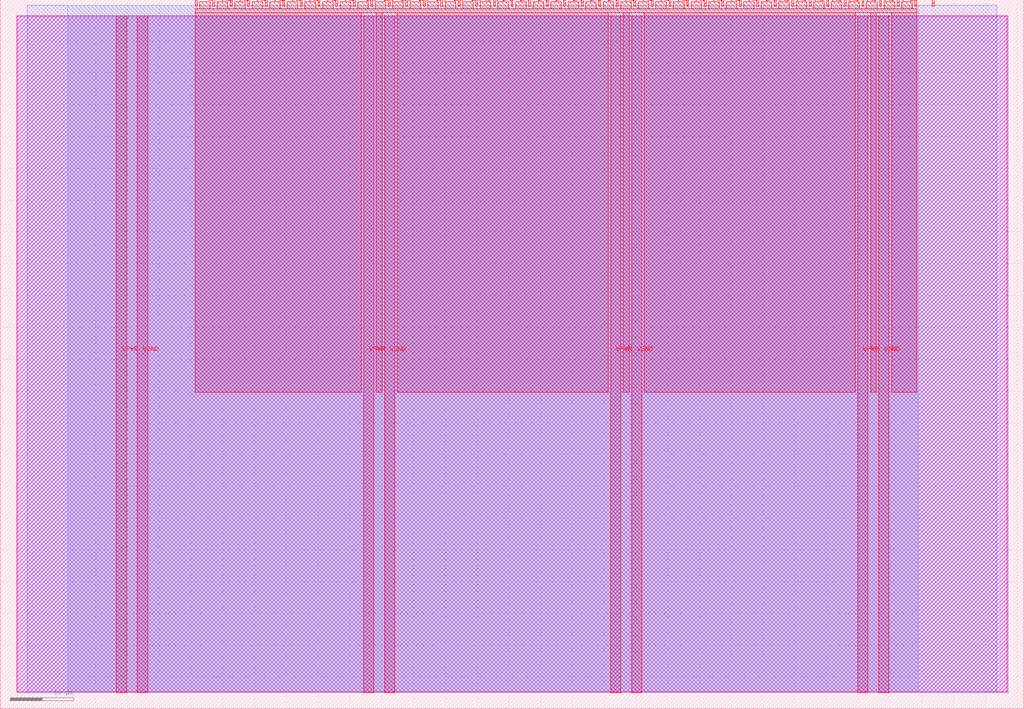
<source format=lef>
VERSION 5.7 ;
  NOWIREEXTENSIONATPIN ON ;
  DIVIDERCHAR "/" ;
  BUSBITCHARS "[]" ;
MACRO tt_um_luke_clock
  CLASS BLOCK ;
  FOREIGN tt_um_luke_clock ;
  ORIGIN 0.000 0.000 ;
  SIZE 161.000 BY 111.520 ;
  PIN VGND
    DIRECTION INOUT ;
    USE GROUND ;
    PORT
      LAYER met4 ;
        RECT 21.580 2.480 23.180 109.040 ;
    END
    PORT
      LAYER met4 ;
        RECT 60.450 2.480 62.050 109.040 ;
    END
    PORT
      LAYER met4 ;
        RECT 99.320 2.480 100.920 109.040 ;
    END
    PORT
      LAYER met4 ;
        RECT 138.190 2.480 139.790 109.040 ;
    END
  END VGND
  PIN VPWR
    DIRECTION INOUT ;
    USE POWER ;
    PORT
      LAYER met4 ;
        RECT 18.280 2.480 19.880 109.040 ;
    END
    PORT
      LAYER met4 ;
        RECT 57.150 2.480 58.750 109.040 ;
    END
    PORT
      LAYER met4 ;
        RECT 96.020 2.480 97.620 109.040 ;
    END
    PORT
      LAYER met4 ;
        RECT 134.890 2.480 136.490 109.040 ;
    END
  END VPWR
  PIN clk
    DIRECTION INPUT ;
    USE SIGNAL ;
    ANTENNAGATEAREA 0.852000 ;
    PORT
      LAYER met4 ;
        RECT 143.830 110.520 144.130 111.520 ;
    END
  END clk
  PIN ena
    DIRECTION INPUT ;
    USE SIGNAL ;
    PORT
      LAYER met4 ;
        RECT 146.590 110.520 146.890 111.520 ;
    END
  END ena
  PIN rst_n
    DIRECTION INPUT ;
    USE SIGNAL ;
    ANTENNAGATEAREA 0.213000 ;
    PORT
      LAYER met4 ;
        RECT 141.070 110.520 141.370 111.520 ;
    END
  END rst_n
  PIN ui_in[0]
    DIRECTION INPUT ;
    USE SIGNAL ;
    ANTENNAGATEAREA 0.196500 ;
    PORT
      LAYER met4 ;
        RECT 138.310 110.520 138.610 111.520 ;
    END
  END ui_in[0]
  PIN ui_in[1]
    DIRECTION INPUT ;
    USE SIGNAL ;
    ANTENNAGATEAREA 0.196500 ;
    PORT
      LAYER met4 ;
        RECT 135.550 110.520 135.850 111.520 ;
    END
  END ui_in[1]
  PIN ui_in[2]
    DIRECTION INPUT ;
    USE SIGNAL ;
    ANTENNAGATEAREA 0.196500 ;
    PORT
      LAYER met4 ;
        RECT 132.790 110.520 133.090 111.520 ;
    END
  END ui_in[2]
  PIN ui_in[3]
    DIRECTION INPUT ;
    USE SIGNAL ;
    ANTENNAGATEAREA 0.196500 ;
    PORT
      LAYER met4 ;
        RECT 130.030 110.520 130.330 111.520 ;
    END
  END ui_in[3]
  PIN ui_in[4]
    DIRECTION INPUT ;
    USE SIGNAL ;
    ANTENNAGATEAREA 0.196500 ;
    PORT
      LAYER met4 ;
        RECT 127.270 110.520 127.570 111.520 ;
    END
  END ui_in[4]
  PIN ui_in[5]
    DIRECTION INPUT ;
    USE SIGNAL ;
    ANTENNAGATEAREA 0.196500 ;
    PORT
      LAYER met4 ;
        RECT 124.510 110.520 124.810 111.520 ;
    END
  END ui_in[5]
  PIN ui_in[6]
    DIRECTION INPUT ;
    USE SIGNAL ;
    ANTENNAGATEAREA 0.196500 ;
    PORT
      LAYER met4 ;
        RECT 121.750 110.520 122.050 111.520 ;
    END
  END ui_in[6]
  PIN ui_in[7]
    DIRECTION INPUT ;
    USE SIGNAL ;
    ANTENNAGATEAREA 0.196500 ;
    PORT
      LAYER met4 ;
        RECT 118.990 110.520 119.290 111.520 ;
    END
  END ui_in[7]
  PIN uio_in[0]
    DIRECTION INPUT ;
    USE SIGNAL ;
    PORT
      LAYER met4 ;
        RECT 116.230 110.520 116.530 111.520 ;
    END
  END uio_in[0]
  PIN uio_in[1]
    DIRECTION INPUT ;
    USE SIGNAL ;
    PORT
      LAYER met4 ;
        RECT 113.470 110.520 113.770 111.520 ;
    END
  END uio_in[1]
  PIN uio_in[2]
    DIRECTION INPUT ;
    USE SIGNAL ;
    PORT
      LAYER met4 ;
        RECT 110.710 110.520 111.010 111.520 ;
    END
  END uio_in[2]
  PIN uio_in[3]
    DIRECTION INPUT ;
    USE SIGNAL ;
    PORT
      LAYER met4 ;
        RECT 107.950 110.520 108.250 111.520 ;
    END
  END uio_in[3]
  PIN uio_in[4]
    DIRECTION INPUT ;
    USE SIGNAL ;
    PORT
      LAYER met4 ;
        RECT 105.190 110.520 105.490 111.520 ;
    END
  END uio_in[4]
  PIN uio_in[5]
    DIRECTION INPUT ;
    USE SIGNAL ;
    PORT
      LAYER met4 ;
        RECT 102.430 110.520 102.730 111.520 ;
    END
  END uio_in[5]
  PIN uio_in[6]
    DIRECTION INPUT ;
    USE SIGNAL ;
    PORT
      LAYER met4 ;
        RECT 99.670 110.520 99.970 111.520 ;
    END
  END uio_in[6]
  PIN uio_in[7]
    DIRECTION INPUT ;
    USE SIGNAL ;
    PORT
      LAYER met4 ;
        RECT 96.910 110.520 97.210 111.520 ;
    END
  END uio_in[7]
  PIN uio_oe[0]
    DIRECTION OUTPUT ;
    USE SIGNAL ;
    PORT
      LAYER met4 ;
        RECT 49.990 110.520 50.290 111.520 ;
    END
  END uio_oe[0]
  PIN uio_oe[1]
    DIRECTION OUTPUT ;
    USE SIGNAL ;
    PORT
      LAYER met4 ;
        RECT 47.230 110.520 47.530 111.520 ;
    END
  END uio_oe[1]
  PIN uio_oe[2]
    DIRECTION OUTPUT ;
    USE SIGNAL ;
    PORT
      LAYER met4 ;
        RECT 44.470 110.520 44.770 111.520 ;
    END
  END uio_oe[2]
  PIN uio_oe[3]
    DIRECTION OUTPUT ;
    USE SIGNAL ;
    PORT
      LAYER met4 ;
        RECT 41.710 110.520 42.010 111.520 ;
    END
  END uio_oe[3]
  PIN uio_oe[4]
    DIRECTION OUTPUT ;
    USE SIGNAL ;
    PORT
      LAYER met4 ;
        RECT 38.950 110.520 39.250 111.520 ;
    END
  END uio_oe[4]
  PIN uio_oe[5]
    DIRECTION OUTPUT ;
    USE SIGNAL ;
    PORT
      LAYER met4 ;
        RECT 36.190 110.520 36.490 111.520 ;
    END
  END uio_oe[5]
  PIN uio_oe[6]
    DIRECTION OUTPUT ;
    USE SIGNAL ;
    PORT
      LAYER met4 ;
        RECT 33.430 110.520 33.730 111.520 ;
    END
  END uio_oe[6]
  PIN uio_oe[7]
    DIRECTION OUTPUT ;
    USE SIGNAL ;
    PORT
      LAYER met4 ;
        RECT 30.670 110.520 30.970 111.520 ;
    END
  END uio_oe[7]
  PIN uio_out[0]
    DIRECTION OUTPUT ;
    USE SIGNAL ;
    ANTENNADIFFAREA 0.795200 ;
    PORT
      LAYER met4 ;
        RECT 72.070 110.520 72.370 111.520 ;
    END
  END uio_out[0]
  PIN uio_out[1]
    DIRECTION OUTPUT ;
    USE SIGNAL ;
    ANTENNADIFFAREA 0.445500 ;
    PORT
      LAYER met4 ;
        RECT 69.310 110.520 69.610 111.520 ;
    END
  END uio_out[1]
  PIN uio_out[2]
    DIRECTION OUTPUT ;
    USE SIGNAL ;
    ANTENNADIFFAREA 0.445500 ;
    PORT
      LAYER met4 ;
        RECT 66.550 110.520 66.850 111.520 ;
    END
  END uio_out[2]
  PIN uio_out[3]
    DIRECTION OUTPUT ;
    USE SIGNAL ;
    ANTENNADIFFAREA 0.445500 ;
    PORT
      LAYER met4 ;
        RECT 63.790 110.520 64.090 111.520 ;
    END
  END uio_out[3]
  PIN uio_out[4]
    DIRECTION OUTPUT ;
    USE SIGNAL ;
    ANTENNADIFFAREA 0.795200 ;
    PORT
      LAYER met4 ;
        RECT 61.030 110.520 61.330 111.520 ;
    END
  END uio_out[4]
  PIN uio_out[5]
    DIRECTION OUTPUT ;
    USE SIGNAL ;
    ANTENNADIFFAREA 0.445500 ;
    PORT
      LAYER met4 ;
        RECT 58.270 110.520 58.570 111.520 ;
    END
  END uio_out[5]
  PIN uio_out[6]
    DIRECTION OUTPUT ;
    USE SIGNAL ;
    ANTENNAGATEAREA 0.499500 ;
    ANTENNADIFFAREA 0.891000 ;
    PORT
      LAYER met4 ;
        RECT 55.510 110.520 55.810 111.520 ;
    END
  END uio_out[6]
  PIN uio_out[7]
    DIRECTION OUTPUT ;
    USE SIGNAL ;
    ANTENNAGATEAREA 0.621000 ;
    ANTENNADIFFAREA 0.891000 ;
    PORT
      LAYER met4 ;
        RECT 52.750 110.520 53.050 111.520 ;
    END
  END uio_out[7]
  PIN uo_out[0]
    DIRECTION OUTPUT ;
    USE SIGNAL ;
    ANTENNADIFFAREA 0.445500 ;
    PORT
      LAYER met4 ;
        RECT 94.150 110.520 94.450 111.520 ;
    END
  END uo_out[0]
  PIN uo_out[1]
    DIRECTION OUTPUT ;
    USE SIGNAL ;
    ANTENNADIFFAREA 0.445500 ;
    PORT
      LAYER met4 ;
        RECT 91.390 110.520 91.690 111.520 ;
    END
  END uo_out[1]
  PIN uo_out[2]
    DIRECTION OUTPUT ;
    USE SIGNAL ;
    ANTENNADIFFAREA 0.445500 ;
    PORT
      LAYER met4 ;
        RECT 88.630 110.520 88.930 111.520 ;
    END
  END uo_out[2]
  PIN uo_out[3]
    DIRECTION OUTPUT ;
    USE SIGNAL ;
    ANTENNADIFFAREA 0.795200 ;
    PORT
      LAYER met4 ;
        RECT 85.870 110.520 86.170 111.520 ;
    END
  END uo_out[3]
  PIN uo_out[4]
    DIRECTION OUTPUT ;
    USE SIGNAL ;
    ANTENNADIFFAREA 0.445500 ;
    PORT
      LAYER met4 ;
        RECT 83.110 110.520 83.410 111.520 ;
    END
  END uo_out[4]
  PIN uo_out[5]
    DIRECTION OUTPUT ;
    USE SIGNAL ;
    ANTENNADIFFAREA 0.445500 ;
    PORT
      LAYER met4 ;
        RECT 80.350 110.520 80.650 111.520 ;
    END
  END uo_out[5]
  PIN uo_out[6]
    DIRECTION OUTPUT ;
    USE SIGNAL ;
    ANTENNADIFFAREA 0.445500 ;
    PORT
      LAYER met4 ;
        RECT 77.590 110.520 77.890 111.520 ;
    END
  END uo_out[6]
  PIN uo_out[7]
    DIRECTION OUTPUT ;
    USE SIGNAL ;
    ANTENNADIFFAREA 0.795200 ;
    PORT
      LAYER met4 ;
        RECT 74.830 110.520 75.130 111.520 ;
    END
  END uo_out[7]
  OBS
      LAYER nwell ;
        RECT 2.570 2.635 158.430 108.990 ;
      LAYER li1 ;
        RECT 2.760 2.635 158.240 108.885 ;
      LAYER met1 ;
        RECT 2.760 2.480 158.540 109.040 ;
      LAYER met2 ;
        RECT 4.240 2.535 156.760 110.685 ;
      LAYER met3 ;
        RECT 10.645 2.555 144.375 110.665 ;
      LAYER met4 ;
        RECT 31.370 110.120 33.030 111.170 ;
        RECT 34.130 110.120 35.790 111.170 ;
        RECT 36.890 110.120 38.550 111.170 ;
        RECT 39.650 110.120 41.310 111.170 ;
        RECT 42.410 110.120 44.070 111.170 ;
        RECT 45.170 110.120 46.830 111.170 ;
        RECT 47.930 110.120 49.590 111.170 ;
        RECT 50.690 110.120 52.350 111.170 ;
        RECT 53.450 110.120 55.110 111.170 ;
        RECT 56.210 110.120 57.870 111.170 ;
        RECT 58.970 110.120 60.630 111.170 ;
        RECT 61.730 110.120 63.390 111.170 ;
        RECT 64.490 110.120 66.150 111.170 ;
        RECT 67.250 110.120 68.910 111.170 ;
        RECT 70.010 110.120 71.670 111.170 ;
        RECT 72.770 110.120 74.430 111.170 ;
        RECT 75.530 110.120 77.190 111.170 ;
        RECT 78.290 110.120 79.950 111.170 ;
        RECT 81.050 110.120 82.710 111.170 ;
        RECT 83.810 110.120 85.470 111.170 ;
        RECT 86.570 110.120 88.230 111.170 ;
        RECT 89.330 110.120 90.990 111.170 ;
        RECT 92.090 110.120 93.750 111.170 ;
        RECT 94.850 110.120 96.510 111.170 ;
        RECT 97.610 110.120 99.270 111.170 ;
        RECT 100.370 110.120 102.030 111.170 ;
        RECT 103.130 110.120 104.790 111.170 ;
        RECT 105.890 110.120 107.550 111.170 ;
        RECT 108.650 110.120 110.310 111.170 ;
        RECT 111.410 110.120 113.070 111.170 ;
        RECT 114.170 110.120 115.830 111.170 ;
        RECT 116.930 110.120 118.590 111.170 ;
        RECT 119.690 110.120 121.350 111.170 ;
        RECT 122.450 110.120 124.110 111.170 ;
        RECT 125.210 110.120 126.870 111.170 ;
        RECT 127.970 110.120 129.630 111.170 ;
        RECT 130.730 110.120 132.390 111.170 ;
        RECT 133.490 110.120 135.150 111.170 ;
        RECT 136.250 110.120 137.910 111.170 ;
        RECT 139.010 110.120 140.670 111.170 ;
        RECT 141.770 110.120 143.430 111.170 ;
        RECT 30.655 109.440 144.145 110.120 ;
        RECT 30.655 49.815 56.750 109.440 ;
        RECT 59.150 49.815 60.050 109.440 ;
        RECT 62.450 49.815 95.620 109.440 ;
        RECT 98.020 49.815 98.920 109.440 ;
        RECT 101.320 49.815 134.490 109.440 ;
        RECT 136.890 49.815 137.790 109.440 ;
        RECT 140.190 49.815 144.145 109.440 ;
  END
END tt_um_luke_clock
END LIBRARY


</source>
